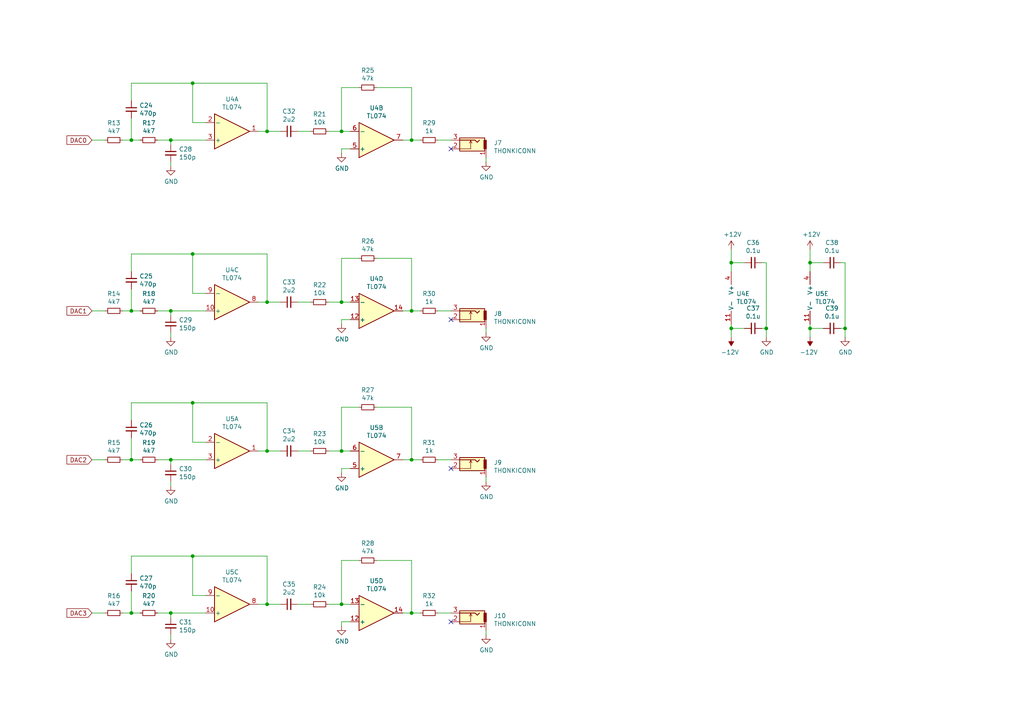
<source format=kicad_sch>
(kicad_sch (version 20230121) (generator eeschema)
  (paper "A4")
  (title_block (title "Audio outputs") (date "%%date%%") (rev "%%version%%") (company "Akiyuki Okayasu"))
  (lib_symbols
    (symbol "Akiyuki_Connector:THONKICONN" (pin_names (offset 1.016))
      (property "Reference" "J" (at -1.27 4.445 0))
      (property "Value" "THONKICONN" (at 1.27 -2.54 0))
      (symbol "THONKICONN_0_1"
        (rectangle (start -4.699 3.175) (end 2.54 -0.635) (stroke (width 0.254)) (fill (type background)))
        (rectangle (start -4.445 0) (end -5.207 2.54) (fill (type outline)))
        (polyline (pts (xy -0.635 2.413) (xy -0.254 1.651)))
        (polyline (pts (xy 2.54 0) (xy -0.635 0) (xy -0.635 2.413) (xy -1.016 1.651)))
        (polyline (pts (xy 2.54 2.54) (xy -1.905 2.54) (xy -2.54 1.905) (xy -3.175 2.54)) (stroke (width 0.254)))
      )
      (symbol "THONKICONN_1_1"
        (pin passive line (at -5.08 -2.54 90) (length 2.54) (name "~") (number "1"))
        (pin passive line (at 5.08 0 180) (length 2.54) (name "~") (number "2"))
        (pin passive line (at 5.08 2.54 180) (length 2.54) (name "~") (number "3"))
      )
    )
    (symbol "Amplifier_Operational:TL074" (pin_names (offset 0.127))
      (property "Reference" "U" (at 0 5.08 0))
      (property "Value" "TL074" (at 0 -5.08 0))
      (symbol "TL074_1_1"
        (polyline (pts (xy -5.08 5.08) (xy 5.08 0) (xy -5.08 -5.08) (xy -5.08 5.08)) (stroke (width 0.254)) (fill (type background)))
        (pin output line (at 7.62 0 180) (length 2.54) (name "~") (number "1"))
        (pin input line (at -7.62 -2.54 0) (length 2.54) (name "-") (number "2"))
        (pin input line (at -7.62 2.54 0) (length 2.54) (name "+") (number "3"))
      )
      (symbol "TL074_2_1"
        (polyline (pts (xy -5.08 5.08) (xy 5.08 0) (xy -5.08 -5.08) (xy -5.08 5.08)) (stroke (width 0.254)) (fill (type background)))
        (pin input line (at -7.62 2.54 0) (length 2.54) (name "+") (number "5"))
        (pin input line (at -7.62 -2.54 0) (length 2.54) (name "-") (number "6"))
        (pin output line (at 7.62 0 180) (length 2.54) (name "~") (number "7"))
      )
      (symbol "TL074_3_1"
        (polyline (pts (xy -5.08 5.08) (xy 5.08 0) (xy -5.08 -5.08) (xy -5.08 5.08)) (stroke (width 0.254)) (fill (type background)))
        (pin input line (at -7.62 2.54 0) (length 2.54) (name "+") (number "10"))
        (pin output line (at 7.62 0 180) (length 2.54) (name "~") (number "8"))
        (pin input line (at -7.62 -2.54 0) (length 2.54) (name "-") (number "9"))
      )
      (symbol "TL074_4_1"
        (polyline (pts (xy -5.08 5.08) (xy 5.08 0) (xy -5.08 -5.08) (xy -5.08 5.08)) (stroke (width 0.254)) (fill (type background)))
        (pin input line (at -7.62 2.54 0) (length 2.54) (name "+") (number "12"))
        (pin input line (at -7.62 -2.54 0) (length 2.54) (name "-") (number "13"))
        (pin output line (at 7.62 0 180) (length 2.54) (name "~") (number "14"))
      )
      (symbol "TL074_5_1"
        (pin power_in line (at -2.54 -7.62 90) (length 3.81) (name "V-") (number "11"))
        (pin power_in line (at -2.54 7.62 270) (length 3.81) (name "V+") (number "4"))
      )
    )
    (symbol "Device:C_Small" (pin_numbers hide) (pin_names (offset 0.254) hide)
      (property "Reference" "C" (at 0.254 1.778 0))
      (property "Value" "C_Small" (at 0.254 -2.032 0))
      (symbol "C_Small_0_1"
        (polyline (pts (xy -1.524 -0.508) (xy 1.524 -0.508)) (stroke (width 0.3302)))
        (polyline (pts (xy -1.524 0.508) (xy 1.524 0.508)) (stroke (width 0.3048)))
      )
      (symbol "C_Small_1_1"
        (pin passive line (at 0 2.54 270) (length 2.032) (name "~") (number "1"))
        (pin passive line (at 0 -2.54 90) (length 2.032) (name "~") (number "2"))
      )
    )
    (symbol "Device:R_Small" (pin_numbers hide) (pin_names (offset 0.254) hide)
      (property "Reference" "R" (at 0.762 0.508 0))
      (property "Value" "R_Small" (at 0.762 -1.016 0))
      (symbol "R_Small_0_1"
        (rectangle (start -0.762 1.778) (end 0.762 -1.778) (stroke (width 0.2032)))
      )
      (symbol "R_Small_1_1"
        (pin passive line (at 0 2.54 270) (length 0.762) (name "~") (number "1"))
        (pin passive line (at 0 -2.54 90) (length 0.762) (name "~") (number "2"))
      )
    )
    (symbol "power:+12V" (power) (pin_names (offset 0))
      (property "Value" "+12V" (at 0 3.556 0))
      (symbol "+12V_0_1"
        (polyline (pts (xy -0.762 1.27) (xy 0 2.54)))
        (polyline (pts (xy 0 0) (xy 0 2.54)))
        (polyline (pts (xy 0 2.54) (xy 0.762 1.27)))
      )
      (symbol "+12V_1_1"
        (pin power_in line (at 0 0 90) (length 0) hide (name "+12V") (number "1"))
      )
    )
    (symbol "power:-12V" (power) (pin_names (offset 0))
      (property "Value" "-12V" (at 0 3.81 0))
      (symbol "-12V_0_0"
        (pin power_in line (at 0 0 90) (length 0) hide (name "-12V") (number "1"))
      )
      (symbol "-12V_0_1"
        (polyline (pts (xy 0 0) (xy 0 1.27) (xy 0.762 1.27) (xy 0 2.54) (xy -0.762 1.27) (xy 0 1.27)) (fill (type outline)))
      )
    )
    (symbol "power:GND" (power) (pin_names (offset 0))
      (property "Value" "GND" (at 0 -3.81 0))
      (symbol "GND_0_1"
        (polyline (pts (xy 0 0) (xy 0 -1.27) (xy 1.27 -1.27) (xy 0 -2.54) (xy -1.27 -1.27) (xy 0 -1.27)))
      )
      (symbol "GND_1_1"
        (pin power_in line (at 0 0 270) (length 0) hide (name "GND") (number "1"))
      )
    )
  )
  (junction (at 77.47 130.81))
  (junction (at 49.53 90.17))
  (junction (at 234.95 95.25))
  (junction (at 38.1 177.8))
  (junction (at 119.38 133.35))
  (junction (at 212.09 95.25))
  (junction (at 99.06 175.26))
  (junction (at 49.53 133.35))
  (junction (at 55.88 161.29))
  (junction (at 55.88 116.84))
  (junction (at 222.25 95.25))
  (junction (at 38.1 40.64))
  (junction (at 99.06 87.63))
  (junction (at 55.88 24.13))
  (junction (at 77.47 38.1))
  (junction (at 49.53 40.64))
  (junction (at 49.53 177.8))
  (junction (at 99.06 38.1))
  (junction (at 38.1 90.17))
  (junction (at 55.88 73.66))
  (junction (at 99.06 130.81))
  (junction (at 119.38 40.64))
  (junction (at 245.11 95.25))
  (junction (at 119.38 177.8))
  (junction (at 38.1 133.35))
  (junction (at 77.47 87.63))
  (junction (at 119.38 90.17))
  (junction (at 77.47 175.26))
  (junction (at 234.95 76.2))
  (junction (at 212.09 76.2))
  (no_connect (at 130.81 43.18))
  (no_connect (at 130.81 180.34))
  (no_connect (at 130.81 92.71))
  (no_connect (at 130.81 135.89))
  (wire (pts (xy 101.6 92.71) (xy 99.06 92.71)))
  (wire (pts (xy 245.11 95.25) (xy 245.11 97.79)))
  (wire (pts (xy 30.48 177.8) (xy 26.67 177.8)))
  (wire (pts (xy 234.95 95.25) (xy 238.76 95.25)))
  (wire (pts (xy 99.06 175.26) (xy 101.6 175.26)))
  (wire (pts (xy 77.47 161.29) (xy 55.88 161.29)))
  (wire (pts (xy 45.72 90.17) (xy 49.53 90.17)))
  (wire (pts (xy 99.06 135.89) (xy 99.06 137.16)))
  (wire (pts (xy 81.28 175.26) (xy 77.47 175.26)))
  (wire (pts (xy 49.53 184.15) (xy 49.53 185.42)))
  (wire (pts (xy 38.1 24.13) (xy 38.1 29.21)))
  (wire (pts (xy 220.98 95.25) (xy 222.25 95.25)))
  (wire (pts (xy 104.14 162.56) (xy 99.06 162.56)))
  (wire (pts (xy 30.48 133.35) (xy 26.67 133.35)))
  (wire (pts (xy 38.1 116.84) (xy 38.1 121.92)))
  (wire (pts (xy 55.88 73.66) (xy 38.1 73.66)))
  (wire (pts (xy 77.47 175.26) (xy 77.47 161.29)))
  (wire (pts (xy 49.53 40.64) (xy 49.53 41.91)))
  (wire (pts (xy 38.1 133.35) (xy 35.56 133.35)))
  (wire (pts (xy 49.53 139.7) (xy 49.53 140.97)))
  (wire (pts (xy 99.06 74.93) (xy 99.06 87.63)))
  (wire (pts (xy 104.14 74.93) (xy 99.06 74.93)))
  (wire (pts (xy 99.06 175.26) (xy 95.25 175.26)))
  (wire (pts (xy 245.11 76.2) (xy 245.11 95.25)))
  (wire (pts (xy 109.22 25.4) (xy 119.38 25.4)))
  (wire (pts (xy 81.28 38.1) (xy 77.47 38.1)))
  (wire (pts (xy 212.09 76.2) (xy 212.09 78.74)))
  (wire (pts (xy 101.6 43.18) (xy 99.06 43.18)))
  (wire (pts (xy 77.47 38.1) (xy 77.47 24.13)))
  (wire (pts (xy 99.06 118.11) (xy 99.06 130.81)))
  (wire (pts (xy 59.69 40.64) (xy 49.53 40.64)))
  (wire (pts (xy 238.76 76.2) (xy 234.95 76.2)))
  (wire (pts (xy 215.9 76.2) (xy 212.09 76.2)))
  (wire (pts (xy 99.06 87.63) (xy 101.6 87.63)))
  (wire (pts (xy 104.14 118.11) (xy 99.06 118.11)))
  (wire (pts (xy 99.06 38.1) (xy 95.25 38.1)))
  (wire (pts (xy 40.64 90.17) (xy 38.1 90.17)))
  (wire (pts (xy 243.84 95.25) (xy 245.11 95.25)))
  (wire (pts (xy 55.88 128.27) (xy 59.69 128.27)))
  (wire (pts (xy 55.88 172.72) (xy 59.69 172.72)))
  (wire (pts (xy 212.09 95.25) (xy 215.9 95.25)))
  (wire (pts (xy 130.81 177.8) (xy 127 177.8)))
  (wire (pts (xy 101.6 135.89) (xy 99.06 135.89)))
  (wire (pts (xy 104.14 25.4) (xy 99.06 25.4)))
  (wire (pts (xy 59.69 90.17) (xy 49.53 90.17)))
  (wire (pts (xy 119.38 74.93) (xy 119.38 90.17)))
  (wire (pts (xy 49.53 90.17) (xy 49.53 91.44)))
  (wire (pts (xy 99.06 43.18) (xy 99.06 44.45)))
  (wire (pts (xy 222.25 76.2) (xy 222.25 95.25)))
  (wire (pts (xy 38.1 127) (xy 38.1 133.35)))
  (wire (pts (xy 77.47 116.84) (xy 55.88 116.84)))
  (wire (pts (xy 121.92 40.64) (xy 119.38 40.64)))
  (wire (pts (xy 38.1 34.29) (xy 38.1 40.64)))
  (wire (pts (xy 140.97 138.43) (xy 140.97 139.7)))
  (wire (pts (xy 38.1 83.82) (xy 38.1 90.17)))
  (wire (pts (xy 81.28 130.81) (xy 77.47 130.81)))
  (wire (pts (xy 38.1 171.45) (xy 38.1 177.8)))
  (wire (pts (xy 212.09 93.98) (xy 212.09 95.25)))
  (wire (pts (xy 74.93 38.1) (xy 77.47 38.1)))
  (wire (pts (xy 86.36 130.81) (xy 90.17 130.81)))
  (wire (pts (xy 99.06 92.71) (xy 99.06 93.98)))
  (wire (pts (xy 81.28 87.63) (xy 77.47 87.63)))
  (wire (pts (xy 77.47 130.81) (xy 77.47 116.84)))
  (wire (pts (xy 109.22 162.56) (xy 119.38 162.56)))
  (wire (pts (xy 119.38 162.56) (xy 119.38 177.8)))
  (wire (pts (xy 109.22 74.93) (xy 119.38 74.93)))
  (wire (pts (xy 55.88 85.09) (xy 59.69 85.09)))
  (wire (pts (xy 40.64 177.8) (xy 38.1 177.8)))
  (wire (pts (xy 86.36 87.63) (xy 90.17 87.63)))
  (wire (pts (xy 55.88 73.66) (xy 55.88 85.09)))
  (wire (pts (xy 99.06 87.63) (xy 95.25 87.63)))
  (wire (pts (xy 234.95 72.39) (xy 234.95 76.2)))
  (wire (pts (xy 99.06 38.1) (xy 101.6 38.1)))
  (wire (pts (xy 222.25 95.25) (xy 222.25 97.79)))
  (wire (pts (xy 38.1 73.66) (xy 38.1 78.74)))
  (wire (pts (xy 55.88 161.29) (xy 55.88 172.72)))
  (wire (pts (xy 99.06 130.81) (xy 101.6 130.81)))
  (wire (pts (xy 49.53 96.52) (xy 49.53 97.79)))
  (wire (pts (xy 40.64 133.35) (xy 38.1 133.35)))
  (wire (pts (xy 109.22 118.11) (xy 119.38 118.11)))
  (wire (pts (xy 55.88 116.84) (xy 55.88 128.27)))
  (wire (pts (xy 45.72 177.8) (xy 49.53 177.8)))
  (wire (pts (xy 59.69 177.8) (xy 49.53 177.8)))
  (wire (pts (xy 119.38 177.8) (xy 116.84 177.8)))
  (wire (pts (xy 45.72 40.64) (xy 49.53 40.64)))
  (wire (pts (xy 234.95 93.98) (xy 234.95 95.25)))
  (wire (pts (xy 59.69 133.35) (xy 49.53 133.35)))
  (wire (pts (xy 40.64 40.64) (xy 38.1 40.64)))
  (wire (pts (xy 130.81 133.35) (xy 127 133.35)))
  (wire (pts (xy 30.48 90.17) (xy 26.67 90.17)))
  (wire (pts (xy 220.98 76.2) (xy 222.25 76.2)))
  (wire (pts (xy 243.84 76.2) (xy 245.11 76.2)))
  (wire (pts (xy 101.6 180.34) (xy 99.06 180.34)))
  (wire (pts (xy 74.93 175.26) (xy 77.47 175.26)))
  (wire (pts (xy 77.47 73.66) (xy 55.88 73.66)))
  (wire (pts (xy 99.06 130.81) (xy 95.25 130.81)))
  (wire (pts (xy 77.47 24.13) (xy 55.88 24.13)))
  (wire (pts (xy 45.72 133.35) (xy 49.53 133.35)))
  (wire (pts (xy 77.47 87.63) (xy 77.47 73.66)))
  (wire (pts (xy 121.92 177.8) (xy 119.38 177.8)))
  (wire (pts (xy 38.1 90.17) (xy 35.56 90.17)))
  (wire (pts (xy 38.1 40.64) (xy 35.56 40.64)))
  (wire (pts (xy 55.88 35.56) (xy 59.69 35.56)))
  (wire (pts (xy 140.97 45.72) (xy 140.97 46.99)))
  (wire (pts (xy 55.88 24.13) (xy 55.88 35.56)))
  (wire (pts (xy 38.1 177.8) (xy 35.56 177.8)))
  (wire (pts (xy 99.06 162.56) (xy 99.06 175.26)))
  (wire (pts (xy 30.48 40.64) (xy 26.67 40.64)))
  (wire (pts (xy 119.38 40.64) (xy 116.84 40.64)))
  (wire (pts (xy 119.38 133.35) (xy 116.84 133.35)))
  (wire (pts (xy 234.95 76.2) (xy 234.95 78.74)))
  (wire (pts (xy 140.97 95.25) (xy 140.97 96.52)))
  (wire (pts (xy 212.09 72.39) (xy 212.09 76.2)))
  (wire (pts (xy 119.38 90.17) (xy 116.84 90.17)))
  (wire (pts (xy 74.93 130.81) (xy 77.47 130.81)))
  (wire (pts (xy 86.36 175.26) (xy 90.17 175.26)))
  (wire (pts (xy 55.88 24.13) (xy 38.1 24.13)))
  (wire (pts (xy 55.88 116.84) (xy 38.1 116.84)))
  (wire (pts (xy 234.95 97.79) (xy 234.95 95.25)))
  (wire (pts (xy 121.92 133.35) (xy 119.38 133.35)))
  (wire (pts (xy 99.06 180.34) (xy 99.06 181.61)))
  (wire (pts (xy 49.53 177.8) (xy 49.53 179.07)))
  (wire (pts (xy 130.81 40.64) (xy 127 40.64)))
  (wire (pts (xy 99.06 25.4) (xy 99.06 38.1)))
  (wire (pts (xy 38.1 161.29) (xy 38.1 166.37)))
  (wire (pts (xy 119.38 118.11) (xy 119.38 133.35)))
  (wire (pts (xy 119.38 25.4) (xy 119.38 40.64)))
  (wire (pts (xy 130.81 90.17) (xy 127 90.17)))
  (wire (pts (xy 140.97 182.88) (xy 140.97 184.15)))
  (wire (pts (xy 49.53 46.99) (xy 49.53 48.26)))
  (wire (pts (xy 55.88 161.29) (xy 38.1 161.29)))
  (wire (pts (xy 86.36 38.1) (xy 90.17 38.1)))
  (wire (pts (xy 212.09 97.79) (xy 212.09 95.25)))
  (wire (pts (xy 74.93 87.63) (xy 77.47 87.63)))
  (wire (pts (xy 121.92 90.17) (xy 119.38 90.17)))
  (wire (pts (xy 49.53 133.35) (xy 49.53 134.62)))
  (global_label "DAC1" (shape input) (at 26.67 90.17 180) (property "Intersheetrefs" "${INTERSHEET_REFS}" (effects hide)) (property "シート間のリファレンス" "${INTERSHEET_REFS}" (effects hide)))
  (global_label "DAC3" (shape input) (at 26.67 177.8 180) (property "Intersheetrefs" "${INTERSHEET_REFS}" (effects hide)) (property "シート間のリファレンス" "${INTERSHEET_REFS}" (effects hide)))
  (global_label "DAC0" (shape input) (at 26.67 40.64 180) (property "Intersheetrefs" "${INTERSHEET_REFS}" (effects hide)) (property "シート間のリファレンス" "${INTERSHEET_REFS}" (effects hide)))
  (global_label "DAC2" (shape input) (at 26.67 133.35 180) (property "Intersheetrefs" "${INTERSHEET_REFS}" (effects hide)) (property "シート間のリファレンス" "${INTERSHEET_REFS}" (effects hide)))
  (symbol (lib_id "Device:R_Small") (at 33.02 40.64 270) (unit 1)
    (property "Reference" "R13" (at 33.02 35.6616 90))
    (property "Value" "4k7" (at 33.02 37.973 90))
    (property "Footprint" "Resistor_SMD:R_0603_1608Metric_Pad0.98x0.95mm_HandSolder" (effects hide))
  )
  (symbol (lib_id "Device:R_Small") (at 43.18 40.64 270) (unit 1)
    (property "Reference" "R17" (at 43.18 35.6616 90))
    (property "Value" "4k7" (at 43.18 37.973 90))
    (property "Footprint" "Resistor_SMD:R_0603_1608Metric_Pad0.98x0.95mm_HandSolder" (effects hide))
  )
  (symbol (lib_id "Device:C_Small") (at 38.1 31.75 0) (unit 1)
    (property "Reference" "C24" (at 40.4368 30.5816 0) (effects (justify left)))
    (property "Value" "470p" (at 40.4368 32.893 0) (effects (justify left)))
    (property "Footprint" "Capacitor_SMD:C_0603_1608Metric_Pad1.08x0.95mm_HandSolder" (effects hide))
  )
  (symbol (lib_id "Device:C_Small") (at 49.53 44.45 0) (unit 1)
    (property "Reference" "C28" (at 51.8668 43.2816 0) (effects (justify left)))
    (property "Value" "150p" (at 51.8668 45.593 0) (effects (justify left)))
    (property "Footprint" "Capacitor_SMD:C_0603_1608Metric_Pad1.08x0.95mm_HandSolder" (effects hide))
  )
  (symbol (lib_id "power:GND") (at 49.53 48.26 0) (unit 1)
    (property "Reference" "#PWR034" (effects hide))
    (property "Value" "GND" (at 49.657 52.6542 0))
  )
  (symbol (lib_id "Amplifier_Operational:TL074") (at 67.31 38.1 0) (mirror x) (unit 1)
    (property "Reference" "U4" (at 67.31 28.7782 0))
    (property "Value" "TL074" (at 67.31 31.0896 0))
    (property "Footprint" "Package_SO:SOIC-14_3.9x8.7mm_P1.27mm" (effects hide))
    (property "Datasheet" "http://www.ti.com/lit/ds/symlink/tl071.pdf" (effects hide))
  )
  (symbol (lib_id "Device:C_Small") (at 83.82 38.1 90) (unit 1)
    (property "Reference" "C32" (at 83.82 32.3088 90))
    (property "Value" "2u2" (at 83.82 34.6202 90))
    (property "Footprint" "Capacitor_SMD:C_1210_3225Metric_Pad1.33x2.70mm_HandSolder" (effects hide))
  )
  (symbol (lib_id "Device:R_Small") (at 92.71 38.1 270) (unit 1)
    (property "Reference" "R21" (at 92.71 33.1216 90))
    (property "Value" "10k" (at 92.71 35.433 90))
    (property "Footprint" "Resistor_SMD:R_0603_1608Metric_Pad0.98x0.95mm_HandSolder" (effects hide))
  )
  (symbol (lib_id "Amplifier_Operational:TL074") (at 109.22 40.64 0) (mirror x) (unit 2)
    (property "Reference" "U4" (at 109.22 31.3182 0))
    (property "Value" "TL074" (at 109.22 33.6296 0))
    (property "Footprint" "Package_SO:SOIC-14_3.9x8.7mm_P1.27mm" (effects hide))
    (property "Datasheet" "http://www.ti.com/lit/ds/symlink/tl071.pdf" (effects hide))
  )
  (symbol (lib_id "Device:R_Small") (at 106.68 25.4 270) (unit 1)
    (property "Reference" "R25" (at 106.68 20.4216 90))
    (property "Value" "47k" (at 106.68 22.733 90))
    (property "Footprint" "Resistor_SMD:R_0603_1608Metric_Pad0.98x0.95mm_HandSolder" (effects hide))
  )
  (symbol (lib_id "power:GND") (at 99.06 44.45 0) (unit 1)
    (property "Reference" "#PWR038" (effects hide))
    (property "Value" "GND" (at 99.187 48.8442 0))
  )
  (symbol (lib_id "Device:R_Small") (at 124.46 40.64 270) (unit 1)
    (property "Reference" "R29" (at 124.46 35.6616 90))
    (property "Value" "1k" (at 124.46 37.973 90))
    (property "Footprint" "Resistor_SMD:R_0603_1608Metric_Pad0.98x0.95mm_HandSolder" (effects hide))
  )
  (symbol (lib_id "Akiyuki_Connector:THONKICONN") (at 135.89 43.18 0) (mirror y) (unit 1)
    (property "Reference" "J7" (at 143.2052 41.4528 0) (effects (justify right)))
    (property "Value" "THONKICONN" (at 143.2052 43.7642 0) (effects (justify right)))
    (property "Footprint" "Akiyuki_Footprint:THONKICONN" (effects hide))
  )
  (symbol (lib_id "power:GND") (at 140.97 46.99 0) (unit 1)
    (property "Reference" "#PWR042" (effects hide))
    (property "Value" "GND" (at 141.097 51.3842 0))
  )
  (symbol (lib_id "Device:R_Small") (at 33.02 90.17 270) (unit 1)
    (property "Reference" "R14" (at 33.02 85.1916 90))
    (property "Value" "4k7" (at 33.02 87.503 90))
    (property "Footprint" "Resistor_SMD:R_0603_1608Metric_Pad0.98x0.95mm_HandSolder" (effects hide))
  )
  (symbol (lib_id "Device:R_Small") (at 43.18 90.17 270) (unit 1)
    (property "Reference" "R18" (at 43.18 85.1916 90))
    (property "Value" "4k7" (at 43.18 87.503 90))
    (property "Footprint" "Resistor_SMD:R_0603_1608Metric_Pad0.98x0.95mm_HandSolder" (effects hide))
  )
  (symbol (lib_id "Device:C_Small") (at 38.1 81.28 0) (unit 1)
    (property "Reference" "C25" (at 40.4368 80.1116 0) (effects (justify left)))
    (property "Value" "470p" (at 40.4368 82.423 0) (effects (justify left)))
    (property "Footprint" "Capacitor_SMD:C_0603_1608Metric_Pad1.08x0.95mm_HandSolder" (effects hide))
  )
  (symbol (lib_id "Device:C_Small") (at 49.53 93.98 0) (unit 1)
    (property "Reference" "C29" (at 51.8668 92.8116 0) (effects (justify left)))
    (property "Value" "150p" (at 51.8668 95.123 0) (effects (justify left)))
    (property "Footprint" "Capacitor_SMD:C_0603_1608Metric_Pad1.08x0.95mm_HandSolder" (effects hide))
  )
  (symbol (lib_id "power:GND") (at 49.53 97.79 0) (unit 1)
    (property "Reference" "#PWR035" (effects hide))
    (property "Value" "GND" (at 49.657 102.1842 0))
  )
  (symbol (lib_id "Amplifier_Operational:TL074") (at 67.31 87.63 0) (mirror x) (unit 3)
    (property "Reference" "U4" (at 67.31 78.3082 0))
    (property "Value" "TL074" (at 67.31 80.6196 0))
    (property "Footprint" "Package_SO:SOIC-14_3.9x8.7mm_P1.27mm" (effects hide))
    (property "Datasheet" "http://www.ti.com/lit/ds/symlink/tl071.pdf" (effects hide))
  )
  (symbol (lib_id "Device:C_Small") (at 83.82 87.63 90) (unit 1)
    (property "Reference" "C33" (at 83.82 81.8388 90))
    (property "Value" "2u2" (at 83.82 84.1502 90))
    (property "Footprint" "Capacitor_SMD:C_1210_3225Metric_Pad1.33x2.70mm_HandSolder" (effects hide))
  )
  (symbol (lib_id "Device:R_Small") (at 92.71 87.63 270) (unit 1)
    (property "Reference" "R22" (at 92.71 82.6516 90))
    (property "Value" "10k" (at 92.71 84.963 90))
    (property "Footprint" "Resistor_SMD:R_0603_1608Metric_Pad0.98x0.95mm_HandSolder" (effects hide))
  )
  (symbol (lib_id "Amplifier_Operational:TL074") (at 109.22 90.17 0) (mirror x) (unit 4)
    (property "Reference" "U4" (at 109.22 80.8482 0))
    (property "Value" "TL074" (at 109.22 83.1596 0))
    (property "Footprint" "Package_SO:SOIC-14_3.9x8.7mm_P1.27mm" (effects hide))
    (property "Datasheet" "http://www.ti.com/lit/ds/symlink/tl071.pdf" (effects hide))
  )
  (symbol (lib_id "Device:R_Small") (at 106.68 74.93 270) (unit 1)
    (property "Reference" "R26" (at 106.68 69.9516 90))
    (property "Value" "47k" (at 106.68 72.263 90))
    (property "Footprint" "Resistor_SMD:R_0603_1608Metric_Pad0.98x0.95mm_HandSolder" (effects hide))
  )
  (symbol (lib_id "power:GND") (at 99.06 93.98 0) (unit 1)
    (property "Reference" "#PWR039" (effects hide))
    (property "Value" "GND" (at 99.187 98.3742 0))
  )
  (symbol (lib_id "Device:R_Small") (at 124.46 90.17 270) (unit 1)
    (property "Reference" "R30" (at 124.46 85.1916 90))
    (property "Value" "1k" (at 124.46 87.503 90))
    (property "Footprint" "Resistor_SMD:R_0603_1608Metric_Pad0.98x0.95mm_HandSolder" (effects hide))
  )
  (symbol (lib_id "Akiyuki_Connector:THONKICONN") (at 135.89 92.71 0) (mirror y) (unit 1)
    (property "Reference" "J8" (at 143.2052 90.9828 0) (effects (justify right)))
    (property "Value" "THONKICONN" (at 143.2052 93.2942 0) (effects (justify right)))
    (property "Footprint" "Akiyuki_Footprint:THONKICONN" (effects hide))
  )
  (symbol (lib_id "power:GND") (at 140.97 96.52 0) (unit 1)
    (property "Reference" "#PWR043" (effects hide))
    (property "Value" "GND" (at 141.097 100.9142 0))
  )
  (symbol (lib_id "Device:R_Small") (at 33.02 133.35 270) (unit 1)
    (property "Reference" "R15" (at 33.02 128.3716 90))
    (property "Value" "4k7" (at 33.02 130.683 90))
    (property "Footprint" "Resistor_SMD:R_0603_1608Metric_Pad0.98x0.95mm_HandSolder" (effects hide))
  )
  (symbol (lib_id "Device:R_Small") (at 43.18 133.35 270) (unit 1)
    (property "Reference" "R19" (at 43.18 128.3716 90))
    (property "Value" "4k7" (at 43.18 130.683 90))
    (property "Footprint" "Resistor_SMD:R_0603_1608Metric_Pad0.98x0.95mm_HandSolder" (effects hide))
  )
  (symbol (lib_id "Device:C_Small") (at 38.1 124.46 0) (unit 1)
    (property "Reference" "C26" (at 40.4368 123.2916 0) (effects (justify left)))
    (property "Value" "470p" (at 40.4368 125.603 0) (effects (justify left)))
    (property "Footprint" "Capacitor_SMD:C_0603_1608Metric_Pad1.08x0.95mm_HandSolder" (effects hide))
  )
  (symbol (lib_id "Device:C_Small") (at 49.53 137.16 0) (unit 1)
    (property "Reference" "C30" (at 51.8668 135.9916 0) (effects (justify left)))
    (property "Value" "150p" (at 51.8668 138.303 0) (effects (justify left)))
    (property "Footprint" "Capacitor_SMD:C_0603_1608Metric_Pad1.08x0.95mm_HandSolder" (effects hide))
  )
  (symbol (lib_id "power:GND") (at 49.53 140.97 0) (unit 1)
    (property "Reference" "#PWR036" (effects hide))
    (property "Value" "GND" (at 49.657 145.3642 0))
  )
  (symbol (lib_id "Amplifier_Operational:TL074") (at 67.31 130.81 0) (mirror x) (unit 1)
    (property "Reference" "U5" (at 67.31 121.4882 0))
    (property "Value" "TL074" (at 67.31 123.7996 0))
    (property "Footprint" "Package_SO:SOIC-14_3.9x8.7mm_P1.27mm" (effects hide))
    (property "Datasheet" "http://www.ti.com/lit/ds/symlink/tl071.pdf" (effects hide))
  )
  (symbol (lib_id "Device:C_Small") (at 83.82 130.81 90) (unit 1)
    (property "Reference" "C34" (at 83.82 125.0188 90))
    (property "Value" "2u2" (at 83.82 127.3302 90))
    (property "Footprint" "Capacitor_SMD:C_1210_3225Metric_Pad1.33x2.70mm_HandSolder" (effects hide))
  )
  (symbol (lib_id "Device:R_Small") (at 92.71 130.81 270) (unit 1)
    (property "Reference" "R23" (at 92.71 125.8316 90))
    (property "Value" "10k" (at 92.71 128.143 90))
    (property "Footprint" "Resistor_SMD:R_0603_1608Metric_Pad0.98x0.95mm_HandSolder" (effects hide))
  )
  (symbol (lib_id "Amplifier_Operational:TL074") (at 109.22 133.35 0) (mirror x) (unit 2)
    (property "Reference" "U5" (at 109.22 124.0282 0))
    (property "Value" "TL074" (at 109.22 126.3396 0))
    (property "Footprint" "Package_SO:SOIC-14_3.9x8.7mm_P1.27mm" (effects hide))
    (property "Datasheet" "http://www.ti.com/lit/ds/symlink/tl071.pdf" (effects hide))
  )
  (symbol (lib_id "Device:R_Small") (at 106.68 118.11 270) (unit 1)
    (property "Reference" "R27" (at 106.68 113.1316 90))
    (property "Value" "47k" (at 106.68 115.443 90))
    (property "Footprint" "Resistor_SMD:R_0603_1608Metric_Pad0.98x0.95mm_HandSolder" (effects hide))
  )
  (symbol (lib_id "power:GND") (at 99.06 137.16 0) (unit 1)
    (property "Reference" "#PWR040" (effects hide))
    (property "Value" "GND" (at 99.187 141.5542 0))
  )
  (symbol (lib_id "Device:R_Small") (at 124.46 133.35 270) (unit 1)
    (property "Reference" "R31" (at 124.46 128.3716 90))
    (property "Value" "1k" (at 124.46 130.683 90))
    (property "Footprint" "Resistor_SMD:R_0603_1608Metric_Pad0.98x0.95mm_HandSolder" (effects hide))
  )
  (symbol (lib_id "Akiyuki_Connector:THONKICONN") (at 135.89 135.89 0) (mirror y) (unit 1)
    (property "Reference" "J9" (at 143.2052 134.1628 0) (effects (justify right)))
    (property "Value" "THONKICONN" (at 143.2052 136.4742 0) (effects (justify right)))
    (property "Footprint" "Akiyuki_Footprint:THONKICONN" (effects hide))
  )
  (symbol (lib_id "power:GND") (at 140.97 139.7 0) (unit 1)
    (property "Reference" "#PWR044" (effects hide))
    (property "Value" "GND" (at 141.097 144.0942 0))
  )
  (symbol (lib_id "Device:R_Small") (at 33.02 177.8 270) (unit 1)
    (property "Reference" "R16" (at 33.02 172.8216 90))
    (property "Value" "4k7" (at 33.02 175.133 90))
    (property "Footprint" "Resistor_SMD:R_0603_1608Metric_Pad0.98x0.95mm_HandSolder" (effects hide))
  )
  (symbol (lib_id "Device:R_Small") (at 43.18 177.8 270) (unit 1)
    (property "Reference" "R20" (at 43.18 172.8216 90))
    (property "Value" "4k7" (at 43.18 175.133 90))
    (property "Footprint" "Resistor_SMD:R_0603_1608Metric_Pad0.98x0.95mm_HandSolder" (effects hide))
  )
  (symbol (lib_id "Device:C_Small") (at 38.1 168.91 0) (unit 1)
    (property "Reference" "C27" (at 40.4368 167.7416 0) (effects (justify left)))
    (property "Value" "470p" (at 40.4368 170.053 0) (effects (justify left)))
    (property "Footprint" "Capacitor_SMD:C_0603_1608Metric_Pad1.08x0.95mm_HandSolder" (effects hide))
  )
  (symbol (lib_id "Device:C_Small") (at 49.53 181.61 0) (unit 1)
    (property "Reference" "C31" (at 51.8668 180.4416 0) (effects (justify left)))
    (property "Value" "150p" (at 51.8668 182.753 0) (effects (justify left)))
    (property "Footprint" "Capacitor_SMD:C_0603_1608Metric_Pad1.08x0.95mm_HandSolder" (effects hide))
  )
  (symbol (lib_id "power:GND") (at 49.53 185.42 0) (unit 1)
    (property "Reference" "#PWR037" (effects hide))
    (property "Value" "GND" (at 49.657 189.8142 0))
  )
  (symbol (lib_id "Amplifier_Operational:TL074") (at 67.31 175.26 0) (mirror x) (unit 3)
    (property "Reference" "U5" (at 67.31 165.9382 0))
    (property "Value" "TL074" (at 67.31 168.2496 0))
    (property "Footprint" "Package_SO:SOIC-14_3.9x8.7mm_P1.27mm" (effects hide))
    (property "Datasheet" "http://www.ti.com/lit/ds/symlink/tl071.pdf" (effects hide))
  )
  (symbol (lib_id "Device:C_Small") (at 83.82 175.26 90) (unit 1)
    (property "Reference" "C35" (at 83.82 169.4688 90))
    (property "Value" "2u2" (at 83.82 171.7802 90))
    (property "Footprint" "Capacitor_SMD:C_1210_3225Metric_Pad1.33x2.70mm_HandSolder" (effects hide))
  )
  (symbol (lib_id "Device:R_Small") (at 92.71 175.26 270) (unit 1)
    (property "Reference" "R24" (at 92.71 170.2816 90))
    (property "Value" "10k" (at 92.71 172.593 90))
    (property "Footprint" "Resistor_SMD:R_0603_1608Metric_Pad0.98x0.95mm_HandSolder" (effects hide))
  )
  (symbol (lib_id "Amplifier_Operational:TL074") (at 109.22 177.8 0) (mirror x) (unit 4)
    (property "Reference" "U5" (at 109.22 168.4782 0))
    (property "Value" "TL074" (at 109.22 170.7896 0))
    (property "Footprint" "Package_SO:SOIC-14_3.9x8.7mm_P1.27mm" (effects hide))
    (property "Datasheet" "http://www.ti.com/lit/ds/symlink/tl071.pdf" (effects hide))
  )
  (symbol (lib_id "Device:R_Small") (at 106.68 162.56 270) (unit 1)
    (property "Reference" "R28" (at 106.68 157.5816 90))
    (property "Value" "47k" (at 106.68 159.893 90))
    (property "Footprint" "Resistor_SMD:R_0603_1608Metric_Pad0.98x0.95mm_HandSolder" (effects hide))
  )
  (symbol (lib_id "power:GND") (at 99.06 181.61 0) (unit 1)
    (property "Reference" "#PWR041" (effects hide))
    (property "Value" "GND" (at 99.187 186.0042 0))
  )
  (symbol (lib_id "Device:R_Small") (at 124.46 177.8 270) (unit 1)
    (property "Reference" "R32" (at 124.46 172.8216 90))
    (property "Value" "1k" (at 124.46 175.133 90))
    (property "Footprint" "Resistor_SMD:R_0603_1608Metric_Pad0.98x0.95mm_HandSolder" (effects hide))
  )
  (symbol (lib_id "Akiyuki_Connector:THONKICONN") (at 135.89 180.34 0) (mirror y) (unit 1)
    (property "Reference" "J10" (at 143.2052 178.6128 0) (effects (justify right)))
    (property "Value" "THONKICONN" (at 143.2052 180.9242 0) (effects (justify right)))
    (property "Footprint" "Akiyuki_Footprint:THONKICONN" (effects hide))
  )
  (symbol (lib_id "power:GND") (at 140.97 184.15 0) (unit 1)
    (property "Reference" "#PWR045" (effects hide))
    (property "Value" "GND" (at 141.097 188.5442 0))
  )
  (symbol (lib_id "Amplifier_Operational:TL074") (at 214.63 86.36 0) (unit 5)
    (property "Reference" "U4" (at 213.5632 85.1916 0) (effects (justify left)))
    (property "Value" "TL074" (at 213.5632 87.503 0) (effects (justify left)))
    (property "Footprint" "Package_SO:SOIC-14_3.9x8.7mm_P1.27mm" (effects hide))
    (property "Datasheet" "http://www.ti.com/lit/ds/symlink/tl071.pdf" (effects hide))
  )
  (symbol (lib_id "Device:C_Small") (at 218.44 76.2 270) (unit 1)
    (property "Reference" "C36" (at 218.44 70.3834 90))
    (property "Value" "0.1u" (at 218.44 72.6948 90))
    (property "Footprint" "Capacitor_SMD:C_0603_1608Metric_Pad1.08x0.95mm_HandSolder" (effects hide))
  )
  (symbol (lib_id "power:+12V") (at 212.09 72.39 0) (unit 1)
    (property "Reference" "#PWR046" (effects hide))
    (property "Value" "+12V" (at 212.471 67.9958 0))
  )
  (symbol (lib_id "Device:C_Small") (at 218.44 95.25 270) (unit 1)
    (property "Reference" "C37" (at 218.44 89.4334 90))
    (property "Value" "0.1u" (at 218.44 91.7448 90))
    (property "Footprint" "Capacitor_SMD:C_0603_1608Metric_Pad1.08x0.95mm_HandSolder" (effects hide))
  )
  (symbol (lib_id "power:-12V") (at 212.09 97.79 180) (unit 1)
    (property "Reference" "#PWR047" (effects hide))
    (property "Value" "-12V" (at 211.709 102.1842 0))
  )
  (symbol (lib_id "power:GND") (at 222.25 97.79 0) (unit 1)
    (property "Reference" "#PWR048" (effects hide))
    (property "Value" "GND" (at 222.377 102.1842 0))
  )
  (symbol (lib_id "Amplifier_Operational:TL074") (at 237.49 86.36 0) (unit 5)
    (property "Reference" "U5" (at 236.4232 85.1916 0) (effects (justify left)))
    (property "Value" "TL074" (at 236.4232 87.503 0) (effects (justify left)))
    (property "Footprint" "Package_SO:SOIC-14_3.9x8.7mm_P1.27mm" (effects hide))
    (property "Datasheet" "http://www.ti.com/lit/ds/symlink/tl071.pdf" (effects hide))
  )
  (symbol (lib_id "Device:C_Small") (at 241.3 76.2 270) (unit 1)
    (property "Reference" "C38" (at 241.3 70.3834 90))
    (property "Value" "0.1u" (at 241.3 72.6948 90))
    (property "Footprint" "Capacitor_SMD:C_0603_1608Metric_Pad1.08x0.95mm_HandSolder" (effects hide))
  )
  (symbol (lib_id "power:+12V") (at 234.95 72.39 0) (unit 1)
    (property "Reference" "#PWR049" (effects hide))
    (property "Value" "+12V" (at 235.331 67.9958 0))
  )
  (symbol (lib_id "Device:C_Small") (at 241.3 95.25 270) (unit 1)
    (property "Reference" "C39" (at 241.3 89.4334 90))
    (property "Value" "0.1u" (at 241.3 91.7448 90))
    (property "Footprint" "Capacitor_SMD:C_0603_1608Metric_Pad1.08x0.95mm_HandSolder" (effects hide))
  )
  (symbol (lib_id "power:-12V") (at 234.95 97.79 180) (unit 1)
    (property "Reference" "#PWR050" (effects hide))
    (property "Value" "-12V" (at 234.569 102.1842 0))
  )
  (symbol (lib_id "power:GND") (at 245.11 97.79 0) (unit 1)
    (property "Reference" "#PWR051" (effects hide))
    (property "Value" "GND" (at 245.237 102.1842 0))
  )
)
</source>
